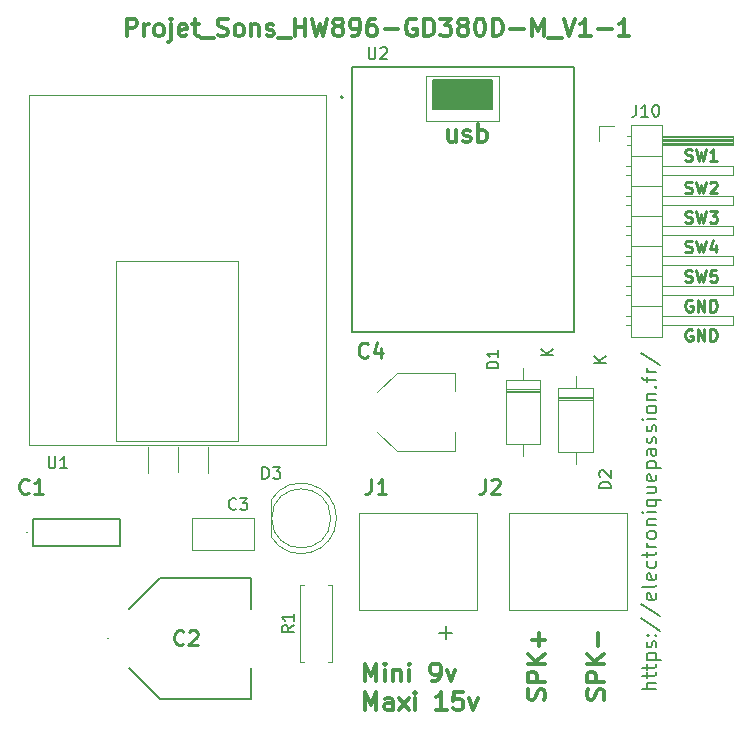
<source format=gbr>
%TF.GenerationSoftware,KiCad,Pcbnew,7.0.9*%
%TF.CreationDate,2025-09-04T13:27:59+02:00*%
%TF.ProjectId,Kicad_Projet_Sons_HW896_V1,4b696361-645f-4507-926f-6a65745f536f,rev?*%
%TF.SameCoordinates,Original*%
%TF.FileFunction,Legend,Top*%
%TF.FilePolarity,Positive*%
%FSLAX46Y46*%
G04 Gerber Fmt 4.6, Leading zero omitted, Abs format (unit mm)*
G04 Created by KiCad (PCBNEW 7.0.9) date 2025-09-04 13:27:59*
%MOMM*%
%LPD*%
G01*
G04 APERTURE LIST*
%ADD10C,0.200000*%
%ADD11C,0.250000*%
%ADD12C,0.300000*%
%ADD13C,0.187500*%
%ADD14C,0.150000*%
%ADD15C,0.254000*%
%ADD16C,0.120000*%
%ADD17C,0.100000*%
%ADD18C,0.050000*%
%ADD19C,0.127000*%
G04 APERTURE END LIST*
D10*
X151057000Y-53171000D02*
X156096000Y-53171000D01*
X156096000Y-55600000D01*
X151057000Y-55600000D01*
X151057000Y-53171000D01*
G36*
X151057000Y-53171000D02*
G01*
X156096000Y-53171000D01*
X156096000Y-55600000D01*
X151057000Y-55600000D01*
X151057000Y-53171000D01*
G37*
D11*
X172454949Y-62717000D02*
X172597806Y-62764619D01*
X172597806Y-62764619D02*
X172835901Y-62764619D01*
X172835901Y-62764619D02*
X172931139Y-62717000D01*
X172931139Y-62717000D02*
X172978758Y-62669380D01*
X172978758Y-62669380D02*
X173026377Y-62574142D01*
X173026377Y-62574142D02*
X173026377Y-62478904D01*
X173026377Y-62478904D02*
X172978758Y-62383666D01*
X172978758Y-62383666D02*
X172931139Y-62336047D01*
X172931139Y-62336047D02*
X172835901Y-62288428D01*
X172835901Y-62288428D02*
X172645425Y-62240809D01*
X172645425Y-62240809D02*
X172550187Y-62193190D01*
X172550187Y-62193190D02*
X172502568Y-62145571D01*
X172502568Y-62145571D02*
X172454949Y-62050333D01*
X172454949Y-62050333D02*
X172454949Y-61955095D01*
X172454949Y-61955095D02*
X172502568Y-61859857D01*
X172502568Y-61859857D02*
X172550187Y-61812238D01*
X172550187Y-61812238D02*
X172645425Y-61764619D01*
X172645425Y-61764619D02*
X172883520Y-61764619D01*
X172883520Y-61764619D02*
X173026377Y-61812238D01*
X173359711Y-61764619D02*
X173597806Y-62764619D01*
X173597806Y-62764619D02*
X173788282Y-62050333D01*
X173788282Y-62050333D02*
X173978758Y-62764619D01*
X173978758Y-62764619D02*
X174216854Y-61764619D01*
X174550187Y-61859857D02*
X174597806Y-61812238D01*
X174597806Y-61812238D02*
X174693044Y-61764619D01*
X174693044Y-61764619D02*
X174931139Y-61764619D01*
X174931139Y-61764619D02*
X175026377Y-61812238D01*
X175026377Y-61812238D02*
X175073996Y-61859857D01*
X175073996Y-61859857D02*
X175121615Y-61955095D01*
X175121615Y-61955095D02*
X175121615Y-62050333D01*
X175121615Y-62050333D02*
X175073996Y-62193190D01*
X175073996Y-62193190D02*
X174502568Y-62764619D01*
X174502568Y-62764619D02*
X175121615Y-62764619D01*
D12*
X152997368Y-57400828D02*
X152997368Y-58400828D01*
X152354510Y-57400828D02*
X152354510Y-58186542D01*
X152354510Y-58186542D02*
X152425939Y-58329400D01*
X152425939Y-58329400D02*
X152568796Y-58400828D01*
X152568796Y-58400828D02*
X152783082Y-58400828D01*
X152783082Y-58400828D02*
X152925939Y-58329400D01*
X152925939Y-58329400D02*
X152997368Y-58257971D01*
X153640225Y-58329400D02*
X153783082Y-58400828D01*
X153783082Y-58400828D02*
X154068796Y-58400828D01*
X154068796Y-58400828D02*
X154211653Y-58329400D01*
X154211653Y-58329400D02*
X154283082Y-58186542D01*
X154283082Y-58186542D02*
X154283082Y-58115114D01*
X154283082Y-58115114D02*
X154211653Y-57972257D01*
X154211653Y-57972257D02*
X154068796Y-57900828D01*
X154068796Y-57900828D02*
X153854511Y-57900828D01*
X153854511Y-57900828D02*
X153711653Y-57829400D01*
X153711653Y-57829400D02*
X153640225Y-57686542D01*
X153640225Y-57686542D02*
X153640225Y-57615114D01*
X153640225Y-57615114D02*
X153711653Y-57472257D01*
X153711653Y-57472257D02*
X153854511Y-57400828D01*
X153854511Y-57400828D02*
X154068796Y-57400828D01*
X154068796Y-57400828D02*
X154211653Y-57472257D01*
X154925939Y-58400828D02*
X154925939Y-56900828D01*
X154925939Y-57472257D02*
X155068797Y-57400828D01*
X155068797Y-57400828D02*
X155354511Y-57400828D01*
X155354511Y-57400828D02*
X155497368Y-57472257D01*
X155497368Y-57472257D02*
X155568797Y-57543685D01*
X155568797Y-57543685D02*
X155640225Y-57686542D01*
X155640225Y-57686542D02*
X155640225Y-58115114D01*
X155640225Y-58115114D02*
X155568797Y-58257971D01*
X155568797Y-58257971D02*
X155497368Y-58329400D01*
X155497368Y-58329400D02*
X155354511Y-58400828D01*
X155354511Y-58400828D02*
X155068797Y-58400828D01*
X155068797Y-58400828D02*
X154925939Y-58329400D01*
X165529400Y-105616917D02*
X165600828Y-105402632D01*
X165600828Y-105402632D02*
X165600828Y-105045489D01*
X165600828Y-105045489D02*
X165529400Y-104902632D01*
X165529400Y-104902632D02*
X165457971Y-104831203D01*
X165457971Y-104831203D02*
X165315114Y-104759774D01*
X165315114Y-104759774D02*
X165172257Y-104759774D01*
X165172257Y-104759774D02*
X165029400Y-104831203D01*
X165029400Y-104831203D02*
X164957971Y-104902632D01*
X164957971Y-104902632D02*
X164886542Y-105045489D01*
X164886542Y-105045489D02*
X164815114Y-105331203D01*
X164815114Y-105331203D02*
X164743685Y-105474060D01*
X164743685Y-105474060D02*
X164672257Y-105545489D01*
X164672257Y-105545489D02*
X164529400Y-105616917D01*
X164529400Y-105616917D02*
X164386542Y-105616917D01*
X164386542Y-105616917D02*
X164243685Y-105545489D01*
X164243685Y-105545489D02*
X164172257Y-105474060D01*
X164172257Y-105474060D02*
X164100828Y-105331203D01*
X164100828Y-105331203D02*
X164100828Y-104974060D01*
X164100828Y-104974060D02*
X164172257Y-104759774D01*
X165600828Y-104116918D02*
X164100828Y-104116918D01*
X164100828Y-104116918D02*
X164100828Y-103545489D01*
X164100828Y-103545489D02*
X164172257Y-103402632D01*
X164172257Y-103402632D02*
X164243685Y-103331203D01*
X164243685Y-103331203D02*
X164386542Y-103259775D01*
X164386542Y-103259775D02*
X164600828Y-103259775D01*
X164600828Y-103259775D02*
X164743685Y-103331203D01*
X164743685Y-103331203D02*
X164815114Y-103402632D01*
X164815114Y-103402632D02*
X164886542Y-103545489D01*
X164886542Y-103545489D02*
X164886542Y-104116918D01*
X165600828Y-102616918D02*
X164100828Y-102616918D01*
X165600828Y-101759775D02*
X164743685Y-102402632D01*
X164100828Y-101759775D02*
X164957971Y-102616918D01*
X165029400Y-101116918D02*
X165029400Y-99974061D01*
X160529400Y-105616917D02*
X160600828Y-105402632D01*
X160600828Y-105402632D02*
X160600828Y-105045489D01*
X160600828Y-105045489D02*
X160529400Y-104902632D01*
X160529400Y-104902632D02*
X160457971Y-104831203D01*
X160457971Y-104831203D02*
X160315114Y-104759774D01*
X160315114Y-104759774D02*
X160172257Y-104759774D01*
X160172257Y-104759774D02*
X160029400Y-104831203D01*
X160029400Y-104831203D02*
X159957971Y-104902632D01*
X159957971Y-104902632D02*
X159886542Y-105045489D01*
X159886542Y-105045489D02*
X159815114Y-105331203D01*
X159815114Y-105331203D02*
X159743685Y-105474060D01*
X159743685Y-105474060D02*
X159672257Y-105545489D01*
X159672257Y-105545489D02*
X159529400Y-105616917D01*
X159529400Y-105616917D02*
X159386542Y-105616917D01*
X159386542Y-105616917D02*
X159243685Y-105545489D01*
X159243685Y-105545489D02*
X159172257Y-105474060D01*
X159172257Y-105474060D02*
X159100828Y-105331203D01*
X159100828Y-105331203D02*
X159100828Y-104974060D01*
X159100828Y-104974060D02*
X159172257Y-104759774D01*
X160600828Y-104116918D02*
X159100828Y-104116918D01*
X159100828Y-104116918D02*
X159100828Y-103545489D01*
X159100828Y-103545489D02*
X159172257Y-103402632D01*
X159172257Y-103402632D02*
X159243685Y-103331203D01*
X159243685Y-103331203D02*
X159386542Y-103259775D01*
X159386542Y-103259775D02*
X159600828Y-103259775D01*
X159600828Y-103259775D02*
X159743685Y-103331203D01*
X159743685Y-103331203D02*
X159815114Y-103402632D01*
X159815114Y-103402632D02*
X159886542Y-103545489D01*
X159886542Y-103545489D02*
X159886542Y-104116918D01*
X160600828Y-102616918D02*
X159100828Y-102616918D01*
X160600828Y-101759775D02*
X159743685Y-102402632D01*
X159100828Y-101759775D02*
X159957971Y-102616918D01*
X160029400Y-101116918D02*
X160029400Y-99974061D01*
X160600828Y-100545489D02*
X159457971Y-100545489D01*
X145304510Y-104075828D02*
X145304510Y-102575828D01*
X145304510Y-102575828D02*
X145804510Y-103647257D01*
X145804510Y-103647257D02*
X146304510Y-102575828D01*
X146304510Y-102575828D02*
X146304510Y-104075828D01*
X147018796Y-104075828D02*
X147018796Y-103075828D01*
X147018796Y-102575828D02*
X146947368Y-102647257D01*
X146947368Y-102647257D02*
X147018796Y-102718685D01*
X147018796Y-102718685D02*
X147090225Y-102647257D01*
X147090225Y-102647257D02*
X147018796Y-102575828D01*
X147018796Y-102575828D02*
X147018796Y-102718685D01*
X147733082Y-103075828D02*
X147733082Y-104075828D01*
X147733082Y-103218685D02*
X147804511Y-103147257D01*
X147804511Y-103147257D02*
X147947368Y-103075828D01*
X147947368Y-103075828D02*
X148161654Y-103075828D01*
X148161654Y-103075828D02*
X148304511Y-103147257D01*
X148304511Y-103147257D02*
X148375940Y-103290114D01*
X148375940Y-103290114D02*
X148375940Y-104075828D01*
X149090225Y-104075828D02*
X149090225Y-103075828D01*
X149090225Y-102575828D02*
X149018797Y-102647257D01*
X149018797Y-102647257D02*
X149090225Y-102718685D01*
X149090225Y-102718685D02*
X149161654Y-102647257D01*
X149161654Y-102647257D02*
X149090225Y-102575828D01*
X149090225Y-102575828D02*
X149090225Y-102718685D01*
X151018797Y-104075828D02*
X151304511Y-104075828D01*
X151304511Y-104075828D02*
X151447368Y-104004400D01*
X151447368Y-104004400D02*
X151518797Y-103932971D01*
X151518797Y-103932971D02*
X151661654Y-103718685D01*
X151661654Y-103718685D02*
X151733083Y-103432971D01*
X151733083Y-103432971D02*
X151733083Y-102861542D01*
X151733083Y-102861542D02*
X151661654Y-102718685D01*
X151661654Y-102718685D02*
X151590226Y-102647257D01*
X151590226Y-102647257D02*
X151447368Y-102575828D01*
X151447368Y-102575828D02*
X151161654Y-102575828D01*
X151161654Y-102575828D02*
X151018797Y-102647257D01*
X151018797Y-102647257D02*
X150947368Y-102718685D01*
X150947368Y-102718685D02*
X150875940Y-102861542D01*
X150875940Y-102861542D02*
X150875940Y-103218685D01*
X150875940Y-103218685D02*
X150947368Y-103361542D01*
X150947368Y-103361542D02*
X151018797Y-103432971D01*
X151018797Y-103432971D02*
X151161654Y-103504400D01*
X151161654Y-103504400D02*
X151447368Y-103504400D01*
X151447368Y-103504400D02*
X151590226Y-103432971D01*
X151590226Y-103432971D02*
X151661654Y-103361542D01*
X151661654Y-103361542D02*
X151733083Y-103218685D01*
X152233082Y-103075828D02*
X152590225Y-104075828D01*
X152590225Y-104075828D02*
X152947368Y-103075828D01*
X145304510Y-106490828D02*
X145304510Y-104990828D01*
X145304510Y-104990828D02*
X145804510Y-106062257D01*
X145804510Y-106062257D02*
X146304510Y-104990828D01*
X146304510Y-104990828D02*
X146304510Y-106490828D01*
X147661654Y-106490828D02*
X147661654Y-105705114D01*
X147661654Y-105705114D02*
X147590225Y-105562257D01*
X147590225Y-105562257D02*
X147447368Y-105490828D01*
X147447368Y-105490828D02*
X147161654Y-105490828D01*
X147161654Y-105490828D02*
X147018796Y-105562257D01*
X147661654Y-106419400D02*
X147518796Y-106490828D01*
X147518796Y-106490828D02*
X147161654Y-106490828D01*
X147161654Y-106490828D02*
X147018796Y-106419400D01*
X147018796Y-106419400D02*
X146947368Y-106276542D01*
X146947368Y-106276542D02*
X146947368Y-106133685D01*
X146947368Y-106133685D02*
X147018796Y-105990828D01*
X147018796Y-105990828D02*
X147161654Y-105919400D01*
X147161654Y-105919400D02*
X147518796Y-105919400D01*
X147518796Y-105919400D02*
X147661654Y-105847971D01*
X148233082Y-106490828D02*
X149018797Y-105490828D01*
X148233082Y-105490828D02*
X149018797Y-106490828D01*
X149590225Y-106490828D02*
X149590225Y-105490828D01*
X149590225Y-104990828D02*
X149518797Y-105062257D01*
X149518797Y-105062257D02*
X149590225Y-105133685D01*
X149590225Y-105133685D02*
X149661654Y-105062257D01*
X149661654Y-105062257D02*
X149590225Y-104990828D01*
X149590225Y-104990828D02*
X149590225Y-105133685D01*
X152233083Y-106490828D02*
X151375940Y-106490828D01*
X151804511Y-106490828D02*
X151804511Y-104990828D01*
X151804511Y-104990828D02*
X151661654Y-105205114D01*
X151661654Y-105205114D02*
X151518797Y-105347971D01*
X151518797Y-105347971D02*
X151375940Y-105419400D01*
X153590225Y-104990828D02*
X152875939Y-104990828D01*
X152875939Y-104990828D02*
X152804511Y-105705114D01*
X152804511Y-105705114D02*
X152875939Y-105633685D01*
X152875939Y-105633685D02*
X153018797Y-105562257D01*
X153018797Y-105562257D02*
X153375939Y-105562257D01*
X153375939Y-105562257D02*
X153518797Y-105633685D01*
X153518797Y-105633685D02*
X153590225Y-105705114D01*
X153590225Y-105705114D02*
X153661654Y-105847971D01*
X153661654Y-105847971D02*
X153661654Y-106205114D01*
X153661654Y-106205114D02*
X153590225Y-106347971D01*
X153590225Y-106347971D02*
X153518797Y-106419400D01*
X153518797Y-106419400D02*
X153375939Y-106490828D01*
X153375939Y-106490828D02*
X153018797Y-106490828D01*
X153018797Y-106490828D02*
X152875939Y-106419400D01*
X152875939Y-106419400D02*
X152804511Y-106347971D01*
X154161653Y-105490828D02*
X154518796Y-106490828D01*
X154518796Y-106490828D02*
X154875939Y-105490828D01*
D13*
X169993392Y-104690930D02*
X168793392Y-104690930D01*
X169993392Y-104176645D02*
X169364821Y-104176645D01*
X169364821Y-104176645D02*
X169250535Y-104233787D01*
X169250535Y-104233787D02*
X169193392Y-104348073D01*
X169193392Y-104348073D02*
X169193392Y-104519502D01*
X169193392Y-104519502D02*
X169250535Y-104633787D01*
X169250535Y-104633787D02*
X169307678Y-104690930D01*
X169193392Y-103776645D02*
X169193392Y-103319502D01*
X168793392Y-103605216D02*
X169821964Y-103605216D01*
X169821964Y-103605216D02*
X169936250Y-103548073D01*
X169936250Y-103548073D02*
X169993392Y-103433788D01*
X169993392Y-103433788D02*
X169993392Y-103319502D01*
X169193392Y-103090931D02*
X169193392Y-102633788D01*
X168793392Y-102919502D02*
X169821964Y-102919502D01*
X169821964Y-102919502D02*
X169936250Y-102862359D01*
X169936250Y-102862359D02*
X169993392Y-102748074D01*
X169993392Y-102748074D02*
X169993392Y-102633788D01*
X169193392Y-102233788D02*
X170393392Y-102233788D01*
X169250535Y-102233788D02*
X169193392Y-102119503D01*
X169193392Y-102119503D02*
X169193392Y-101890931D01*
X169193392Y-101890931D02*
X169250535Y-101776645D01*
X169250535Y-101776645D02*
X169307678Y-101719503D01*
X169307678Y-101719503D02*
X169421964Y-101662360D01*
X169421964Y-101662360D02*
X169764821Y-101662360D01*
X169764821Y-101662360D02*
X169879107Y-101719503D01*
X169879107Y-101719503D02*
X169936250Y-101776645D01*
X169936250Y-101776645D02*
X169993392Y-101890931D01*
X169993392Y-101890931D02*
X169993392Y-102119503D01*
X169993392Y-102119503D02*
X169936250Y-102233788D01*
X169936250Y-101205217D02*
X169993392Y-101090931D01*
X169993392Y-101090931D02*
X169993392Y-100862360D01*
X169993392Y-100862360D02*
X169936250Y-100748074D01*
X169936250Y-100748074D02*
X169821964Y-100690931D01*
X169821964Y-100690931D02*
X169764821Y-100690931D01*
X169764821Y-100690931D02*
X169650535Y-100748074D01*
X169650535Y-100748074D02*
X169593392Y-100862360D01*
X169593392Y-100862360D02*
X169593392Y-101033789D01*
X169593392Y-101033789D02*
X169536250Y-101148074D01*
X169536250Y-101148074D02*
X169421964Y-101205217D01*
X169421964Y-101205217D02*
X169364821Y-101205217D01*
X169364821Y-101205217D02*
X169250535Y-101148074D01*
X169250535Y-101148074D02*
X169193392Y-101033789D01*
X169193392Y-101033789D02*
X169193392Y-100862360D01*
X169193392Y-100862360D02*
X169250535Y-100748074D01*
X169879107Y-100176645D02*
X169936250Y-100119502D01*
X169936250Y-100119502D02*
X169993392Y-100176645D01*
X169993392Y-100176645D02*
X169936250Y-100233788D01*
X169936250Y-100233788D02*
X169879107Y-100176645D01*
X169879107Y-100176645D02*
X169993392Y-100176645D01*
X169250535Y-100176645D02*
X169307678Y-100119502D01*
X169307678Y-100119502D02*
X169364821Y-100176645D01*
X169364821Y-100176645D02*
X169307678Y-100233788D01*
X169307678Y-100233788D02*
X169250535Y-100176645D01*
X169250535Y-100176645D02*
X169364821Y-100176645D01*
X168736250Y-98748073D02*
X170279107Y-99776645D01*
X168736250Y-97490930D02*
X170279107Y-98519502D01*
X169936250Y-96633787D02*
X169993392Y-96748073D01*
X169993392Y-96748073D02*
X169993392Y-96976645D01*
X169993392Y-96976645D02*
X169936250Y-97090930D01*
X169936250Y-97090930D02*
X169821964Y-97148073D01*
X169821964Y-97148073D02*
X169364821Y-97148073D01*
X169364821Y-97148073D02*
X169250535Y-97090930D01*
X169250535Y-97090930D02*
X169193392Y-96976645D01*
X169193392Y-96976645D02*
X169193392Y-96748073D01*
X169193392Y-96748073D02*
X169250535Y-96633787D01*
X169250535Y-96633787D02*
X169364821Y-96576645D01*
X169364821Y-96576645D02*
X169479107Y-96576645D01*
X169479107Y-96576645D02*
X169593392Y-97148073D01*
X169993392Y-95890931D02*
X169936250Y-96005216D01*
X169936250Y-96005216D02*
X169821964Y-96062359D01*
X169821964Y-96062359D02*
X168793392Y-96062359D01*
X169936250Y-94976645D02*
X169993392Y-95090931D01*
X169993392Y-95090931D02*
X169993392Y-95319503D01*
X169993392Y-95319503D02*
X169936250Y-95433788D01*
X169936250Y-95433788D02*
X169821964Y-95490931D01*
X169821964Y-95490931D02*
X169364821Y-95490931D01*
X169364821Y-95490931D02*
X169250535Y-95433788D01*
X169250535Y-95433788D02*
X169193392Y-95319503D01*
X169193392Y-95319503D02*
X169193392Y-95090931D01*
X169193392Y-95090931D02*
X169250535Y-94976645D01*
X169250535Y-94976645D02*
X169364821Y-94919503D01*
X169364821Y-94919503D02*
X169479107Y-94919503D01*
X169479107Y-94919503D02*
X169593392Y-95490931D01*
X169936250Y-93890932D02*
X169993392Y-94005217D01*
X169993392Y-94005217D02*
X169993392Y-94233789D01*
X169993392Y-94233789D02*
X169936250Y-94348074D01*
X169936250Y-94348074D02*
X169879107Y-94405217D01*
X169879107Y-94405217D02*
X169764821Y-94462360D01*
X169764821Y-94462360D02*
X169421964Y-94462360D01*
X169421964Y-94462360D02*
X169307678Y-94405217D01*
X169307678Y-94405217D02*
X169250535Y-94348074D01*
X169250535Y-94348074D02*
X169193392Y-94233789D01*
X169193392Y-94233789D02*
X169193392Y-94005217D01*
X169193392Y-94005217D02*
X169250535Y-93890932D01*
X169193392Y-93548075D02*
X169193392Y-93090932D01*
X168793392Y-93376646D02*
X169821964Y-93376646D01*
X169821964Y-93376646D02*
X169936250Y-93319503D01*
X169936250Y-93319503D02*
X169993392Y-93205218D01*
X169993392Y-93205218D02*
X169993392Y-93090932D01*
X169993392Y-92690932D02*
X169193392Y-92690932D01*
X169421964Y-92690932D02*
X169307678Y-92633789D01*
X169307678Y-92633789D02*
X169250535Y-92576647D01*
X169250535Y-92576647D02*
X169193392Y-92462361D01*
X169193392Y-92462361D02*
X169193392Y-92348075D01*
X169993392Y-91776647D02*
X169936250Y-91890932D01*
X169936250Y-91890932D02*
X169879107Y-91948075D01*
X169879107Y-91948075D02*
X169764821Y-92005218D01*
X169764821Y-92005218D02*
X169421964Y-92005218D01*
X169421964Y-92005218D02*
X169307678Y-91948075D01*
X169307678Y-91948075D02*
X169250535Y-91890932D01*
X169250535Y-91890932D02*
X169193392Y-91776647D01*
X169193392Y-91776647D02*
X169193392Y-91605218D01*
X169193392Y-91605218D02*
X169250535Y-91490932D01*
X169250535Y-91490932D02*
X169307678Y-91433790D01*
X169307678Y-91433790D02*
X169421964Y-91376647D01*
X169421964Y-91376647D02*
X169764821Y-91376647D01*
X169764821Y-91376647D02*
X169879107Y-91433790D01*
X169879107Y-91433790D02*
X169936250Y-91490932D01*
X169936250Y-91490932D02*
X169993392Y-91605218D01*
X169993392Y-91605218D02*
X169993392Y-91776647D01*
X169193392Y-90862361D02*
X169993392Y-90862361D01*
X169307678Y-90862361D02*
X169250535Y-90805218D01*
X169250535Y-90805218D02*
X169193392Y-90690933D01*
X169193392Y-90690933D02*
X169193392Y-90519504D01*
X169193392Y-90519504D02*
X169250535Y-90405218D01*
X169250535Y-90405218D02*
X169364821Y-90348076D01*
X169364821Y-90348076D02*
X169993392Y-90348076D01*
X169993392Y-89776647D02*
X169193392Y-89776647D01*
X168793392Y-89776647D02*
X168850535Y-89833790D01*
X168850535Y-89833790D02*
X168907678Y-89776647D01*
X168907678Y-89776647D02*
X168850535Y-89719504D01*
X168850535Y-89719504D02*
X168793392Y-89776647D01*
X168793392Y-89776647D02*
X168907678Y-89776647D01*
X169193392Y-88690933D02*
X170393392Y-88690933D01*
X169936250Y-88690933D02*
X169993392Y-88805218D01*
X169993392Y-88805218D02*
X169993392Y-89033790D01*
X169993392Y-89033790D02*
X169936250Y-89148075D01*
X169936250Y-89148075D02*
X169879107Y-89205218D01*
X169879107Y-89205218D02*
X169764821Y-89262361D01*
X169764821Y-89262361D02*
X169421964Y-89262361D01*
X169421964Y-89262361D02*
X169307678Y-89205218D01*
X169307678Y-89205218D02*
X169250535Y-89148075D01*
X169250535Y-89148075D02*
X169193392Y-89033790D01*
X169193392Y-89033790D02*
X169193392Y-88805218D01*
X169193392Y-88805218D02*
X169250535Y-88690933D01*
X169193392Y-87605219D02*
X169993392Y-87605219D01*
X169193392Y-88119504D02*
X169821964Y-88119504D01*
X169821964Y-88119504D02*
X169936250Y-88062361D01*
X169936250Y-88062361D02*
X169993392Y-87948076D01*
X169993392Y-87948076D02*
X169993392Y-87776647D01*
X169993392Y-87776647D02*
X169936250Y-87662361D01*
X169936250Y-87662361D02*
X169879107Y-87605219D01*
X169936250Y-86576647D02*
X169993392Y-86690933D01*
X169993392Y-86690933D02*
X169993392Y-86919505D01*
X169993392Y-86919505D02*
X169936250Y-87033790D01*
X169936250Y-87033790D02*
X169821964Y-87090933D01*
X169821964Y-87090933D02*
X169364821Y-87090933D01*
X169364821Y-87090933D02*
X169250535Y-87033790D01*
X169250535Y-87033790D02*
X169193392Y-86919505D01*
X169193392Y-86919505D02*
X169193392Y-86690933D01*
X169193392Y-86690933D02*
X169250535Y-86576647D01*
X169250535Y-86576647D02*
X169364821Y-86519505D01*
X169364821Y-86519505D02*
X169479107Y-86519505D01*
X169479107Y-86519505D02*
X169593392Y-87090933D01*
X169193392Y-86005219D02*
X170393392Y-86005219D01*
X169250535Y-86005219D02*
X169193392Y-85890934D01*
X169193392Y-85890934D02*
X169193392Y-85662362D01*
X169193392Y-85662362D02*
X169250535Y-85548076D01*
X169250535Y-85548076D02*
X169307678Y-85490934D01*
X169307678Y-85490934D02*
X169421964Y-85433791D01*
X169421964Y-85433791D02*
X169764821Y-85433791D01*
X169764821Y-85433791D02*
X169879107Y-85490934D01*
X169879107Y-85490934D02*
X169936250Y-85548076D01*
X169936250Y-85548076D02*
X169993392Y-85662362D01*
X169993392Y-85662362D02*
X169993392Y-85890934D01*
X169993392Y-85890934D02*
X169936250Y-86005219D01*
X169993392Y-84405220D02*
X169364821Y-84405220D01*
X169364821Y-84405220D02*
X169250535Y-84462362D01*
X169250535Y-84462362D02*
X169193392Y-84576648D01*
X169193392Y-84576648D02*
X169193392Y-84805220D01*
X169193392Y-84805220D02*
X169250535Y-84919505D01*
X169936250Y-84405220D02*
X169993392Y-84519505D01*
X169993392Y-84519505D02*
X169993392Y-84805220D01*
X169993392Y-84805220D02*
X169936250Y-84919505D01*
X169936250Y-84919505D02*
X169821964Y-84976648D01*
X169821964Y-84976648D02*
X169707678Y-84976648D01*
X169707678Y-84976648D02*
X169593392Y-84919505D01*
X169593392Y-84919505D02*
X169536250Y-84805220D01*
X169536250Y-84805220D02*
X169536250Y-84519505D01*
X169536250Y-84519505D02*
X169479107Y-84405220D01*
X169936250Y-83890934D02*
X169993392Y-83776648D01*
X169993392Y-83776648D02*
X169993392Y-83548077D01*
X169993392Y-83548077D02*
X169936250Y-83433791D01*
X169936250Y-83433791D02*
X169821964Y-83376648D01*
X169821964Y-83376648D02*
X169764821Y-83376648D01*
X169764821Y-83376648D02*
X169650535Y-83433791D01*
X169650535Y-83433791D02*
X169593392Y-83548077D01*
X169593392Y-83548077D02*
X169593392Y-83719506D01*
X169593392Y-83719506D02*
X169536250Y-83833791D01*
X169536250Y-83833791D02*
X169421964Y-83890934D01*
X169421964Y-83890934D02*
X169364821Y-83890934D01*
X169364821Y-83890934D02*
X169250535Y-83833791D01*
X169250535Y-83833791D02*
X169193392Y-83719506D01*
X169193392Y-83719506D02*
X169193392Y-83548077D01*
X169193392Y-83548077D02*
X169250535Y-83433791D01*
X169936250Y-82919505D02*
X169993392Y-82805219D01*
X169993392Y-82805219D02*
X169993392Y-82576648D01*
X169993392Y-82576648D02*
X169936250Y-82462362D01*
X169936250Y-82462362D02*
X169821964Y-82405219D01*
X169821964Y-82405219D02*
X169764821Y-82405219D01*
X169764821Y-82405219D02*
X169650535Y-82462362D01*
X169650535Y-82462362D02*
X169593392Y-82576648D01*
X169593392Y-82576648D02*
X169593392Y-82748077D01*
X169593392Y-82748077D02*
X169536250Y-82862362D01*
X169536250Y-82862362D02*
X169421964Y-82919505D01*
X169421964Y-82919505D02*
X169364821Y-82919505D01*
X169364821Y-82919505D02*
X169250535Y-82862362D01*
X169250535Y-82862362D02*
X169193392Y-82748077D01*
X169193392Y-82748077D02*
X169193392Y-82576648D01*
X169193392Y-82576648D02*
X169250535Y-82462362D01*
X169993392Y-81890933D02*
X169193392Y-81890933D01*
X168793392Y-81890933D02*
X168850535Y-81948076D01*
X168850535Y-81948076D02*
X168907678Y-81890933D01*
X168907678Y-81890933D02*
X168850535Y-81833790D01*
X168850535Y-81833790D02*
X168793392Y-81890933D01*
X168793392Y-81890933D02*
X168907678Y-81890933D01*
X169993392Y-81148076D02*
X169936250Y-81262361D01*
X169936250Y-81262361D02*
X169879107Y-81319504D01*
X169879107Y-81319504D02*
X169764821Y-81376647D01*
X169764821Y-81376647D02*
X169421964Y-81376647D01*
X169421964Y-81376647D02*
X169307678Y-81319504D01*
X169307678Y-81319504D02*
X169250535Y-81262361D01*
X169250535Y-81262361D02*
X169193392Y-81148076D01*
X169193392Y-81148076D02*
X169193392Y-80976647D01*
X169193392Y-80976647D02*
X169250535Y-80862361D01*
X169250535Y-80862361D02*
X169307678Y-80805219D01*
X169307678Y-80805219D02*
X169421964Y-80748076D01*
X169421964Y-80748076D02*
X169764821Y-80748076D01*
X169764821Y-80748076D02*
X169879107Y-80805219D01*
X169879107Y-80805219D02*
X169936250Y-80862361D01*
X169936250Y-80862361D02*
X169993392Y-80976647D01*
X169993392Y-80976647D02*
X169993392Y-81148076D01*
X169193392Y-80233790D02*
X169993392Y-80233790D01*
X169307678Y-80233790D02*
X169250535Y-80176647D01*
X169250535Y-80176647D02*
X169193392Y-80062362D01*
X169193392Y-80062362D02*
X169193392Y-79890933D01*
X169193392Y-79890933D02*
X169250535Y-79776647D01*
X169250535Y-79776647D02*
X169364821Y-79719505D01*
X169364821Y-79719505D02*
X169993392Y-79719505D01*
X169879107Y-79148076D02*
X169936250Y-79090933D01*
X169936250Y-79090933D02*
X169993392Y-79148076D01*
X169993392Y-79148076D02*
X169936250Y-79205219D01*
X169936250Y-79205219D02*
X169879107Y-79148076D01*
X169879107Y-79148076D02*
X169993392Y-79148076D01*
X169193392Y-78748076D02*
X169193392Y-78290933D01*
X169993392Y-78576647D02*
X168964821Y-78576647D01*
X168964821Y-78576647D02*
X168850535Y-78519504D01*
X168850535Y-78519504D02*
X168793392Y-78405219D01*
X168793392Y-78405219D02*
X168793392Y-78290933D01*
X169993392Y-77890933D02*
X169193392Y-77890933D01*
X169421964Y-77890933D02*
X169307678Y-77833790D01*
X169307678Y-77833790D02*
X169250535Y-77776648D01*
X169250535Y-77776648D02*
X169193392Y-77662362D01*
X169193392Y-77662362D02*
X169193392Y-77548076D01*
X168736250Y-76290933D02*
X170279107Y-77319505D01*
D11*
X173026377Y-74312238D02*
X172931139Y-74264619D01*
X172931139Y-74264619D02*
X172788282Y-74264619D01*
X172788282Y-74264619D02*
X172645425Y-74312238D01*
X172645425Y-74312238D02*
X172550187Y-74407476D01*
X172550187Y-74407476D02*
X172502568Y-74502714D01*
X172502568Y-74502714D02*
X172454949Y-74693190D01*
X172454949Y-74693190D02*
X172454949Y-74836047D01*
X172454949Y-74836047D02*
X172502568Y-75026523D01*
X172502568Y-75026523D02*
X172550187Y-75121761D01*
X172550187Y-75121761D02*
X172645425Y-75217000D01*
X172645425Y-75217000D02*
X172788282Y-75264619D01*
X172788282Y-75264619D02*
X172883520Y-75264619D01*
X172883520Y-75264619D02*
X173026377Y-75217000D01*
X173026377Y-75217000D02*
X173073996Y-75169380D01*
X173073996Y-75169380D02*
X173073996Y-74836047D01*
X173073996Y-74836047D02*
X172883520Y-74836047D01*
X173502568Y-75264619D02*
X173502568Y-74264619D01*
X173502568Y-74264619D02*
X174073996Y-75264619D01*
X174073996Y-75264619D02*
X174073996Y-74264619D01*
X174550187Y-75264619D02*
X174550187Y-74264619D01*
X174550187Y-74264619D02*
X174788282Y-74264619D01*
X174788282Y-74264619D02*
X174931139Y-74312238D01*
X174931139Y-74312238D02*
X175026377Y-74407476D01*
X175026377Y-74407476D02*
X175073996Y-74502714D01*
X175073996Y-74502714D02*
X175121615Y-74693190D01*
X175121615Y-74693190D02*
X175121615Y-74836047D01*
X175121615Y-74836047D02*
X175073996Y-75026523D01*
X175073996Y-75026523D02*
X175026377Y-75121761D01*
X175026377Y-75121761D02*
X174931139Y-75217000D01*
X174931139Y-75217000D02*
X174788282Y-75264619D01*
X174788282Y-75264619D02*
X174550187Y-75264619D01*
X173026377Y-71812238D02*
X172931139Y-71764619D01*
X172931139Y-71764619D02*
X172788282Y-71764619D01*
X172788282Y-71764619D02*
X172645425Y-71812238D01*
X172645425Y-71812238D02*
X172550187Y-71907476D01*
X172550187Y-71907476D02*
X172502568Y-72002714D01*
X172502568Y-72002714D02*
X172454949Y-72193190D01*
X172454949Y-72193190D02*
X172454949Y-72336047D01*
X172454949Y-72336047D02*
X172502568Y-72526523D01*
X172502568Y-72526523D02*
X172550187Y-72621761D01*
X172550187Y-72621761D02*
X172645425Y-72717000D01*
X172645425Y-72717000D02*
X172788282Y-72764619D01*
X172788282Y-72764619D02*
X172883520Y-72764619D01*
X172883520Y-72764619D02*
X173026377Y-72717000D01*
X173026377Y-72717000D02*
X173073996Y-72669380D01*
X173073996Y-72669380D02*
X173073996Y-72336047D01*
X173073996Y-72336047D02*
X172883520Y-72336047D01*
X173502568Y-72764619D02*
X173502568Y-71764619D01*
X173502568Y-71764619D02*
X174073996Y-72764619D01*
X174073996Y-72764619D02*
X174073996Y-71764619D01*
X174550187Y-72764619D02*
X174550187Y-71764619D01*
X174550187Y-71764619D02*
X174788282Y-71764619D01*
X174788282Y-71764619D02*
X174931139Y-71812238D01*
X174931139Y-71812238D02*
X175026377Y-71907476D01*
X175026377Y-71907476D02*
X175073996Y-72002714D01*
X175073996Y-72002714D02*
X175121615Y-72193190D01*
X175121615Y-72193190D02*
X175121615Y-72336047D01*
X175121615Y-72336047D02*
X175073996Y-72526523D01*
X175073996Y-72526523D02*
X175026377Y-72621761D01*
X175026377Y-72621761D02*
X174931139Y-72717000D01*
X174931139Y-72717000D02*
X174788282Y-72764619D01*
X174788282Y-72764619D02*
X174550187Y-72764619D01*
X172454949Y-67717000D02*
X172597806Y-67764619D01*
X172597806Y-67764619D02*
X172835901Y-67764619D01*
X172835901Y-67764619D02*
X172931139Y-67717000D01*
X172931139Y-67717000D02*
X172978758Y-67669380D01*
X172978758Y-67669380D02*
X173026377Y-67574142D01*
X173026377Y-67574142D02*
X173026377Y-67478904D01*
X173026377Y-67478904D02*
X172978758Y-67383666D01*
X172978758Y-67383666D02*
X172931139Y-67336047D01*
X172931139Y-67336047D02*
X172835901Y-67288428D01*
X172835901Y-67288428D02*
X172645425Y-67240809D01*
X172645425Y-67240809D02*
X172550187Y-67193190D01*
X172550187Y-67193190D02*
X172502568Y-67145571D01*
X172502568Y-67145571D02*
X172454949Y-67050333D01*
X172454949Y-67050333D02*
X172454949Y-66955095D01*
X172454949Y-66955095D02*
X172502568Y-66859857D01*
X172502568Y-66859857D02*
X172550187Y-66812238D01*
X172550187Y-66812238D02*
X172645425Y-66764619D01*
X172645425Y-66764619D02*
X172883520Y-66764619D01*
X172883520Y-66764619D02*
X173026377Y-66812238D01*
X173359711Y-66764619D02*
X173597806Y-67764619D01*
X173597806Y-67764619D02*
X173788282Y-67050333D01*
X173788282Y-67050333D02*
X173978758Y-67764619D01*
X173978758Y-67764619D02*
X174216854Y-66764619D01*
X175026377Y-67097952D02*
X175026377Y-67764619D01*
X174788282Y-66717000D02*
X174550187Y-67431285D01*
X174550187Y-67431285D02*
X175169234Y-67431285D01*
D12*
X125141510Y-49457828D02*
X125141510Y-47957828D01*
X125141510Y-47957828D02*
X125712939Y-47957828D01*
X125712939Y-47957828D02*
X125855796Y-48029257D01*
X125855796Y-48029257D02*
X125927225Y-48100685D01*
X125927225Y-48100685D02*
X125998653Y-48243542D01*
X125998653Y-48243542D02*
X125998653Y-48457828D01*
X125998653Y-48457828D02*
X125927225Y-48600685D01*
X125927225Y-48600685D02*
X125855796Y-48672114D01*
X125855796Y-48672114D02*
X125712939Y-48743542D01*
X125712939Y-48743542D02*
X125141510Y-48743542D01*
X126641510Y-49457828D02*
X126641510Y-48457828D01*
X126641510Y-48743542D02*
X126712939Y-48600685D01*
X126712939Y-48600685D02*
X126784368Y-48529257D01*
X126784368Y-48529257D02*
X126927225Y-48457828D01*
X126927225Y-48457828D02*
X127070082Y-48457828D01*
X127784367Y-49457828D02*
X127641510Y-49386400D01*
X127641510Y-49386400D02*
X127570081Y-49314971D01*
X127570081Y-49314971D02*
X127498653Y-49172114D01*
X127498653Y-49172114D02*
X127498653Y-48743542D01*
X127498653Y-48743542D02*
X127570081Y-48600685D01*
X127570081Y-48600685D02*
X127641510Y-48529257D01*
X127641510Y-48529257D02*
X127784367Y-48457828D01*
X127784367Y-48457828D02*
X127998653Y-48457828D01*
X127998653Y-48457828D02*
X128141510Y-48529257D01*
X128141510Y-48529257D02*
X128212939Y-48600685D01*
X128212939Y-48600685D02*
X128284367Y-48743542D01*
X128284367Y-48743542D02*
X128284367Y-49172114D01*
X128284367Y-49172114D02*
X128212939Y-49314971D01*
X128212939Y-49314971D02*
X128141510Y-49386400D01*
X128141510Y-49386400D02*
X127998653Y-49457828D01*
X127998653Y-49457828D02*
X127784367Y-49457828D01*
X128927224Y-48457828D02*
X128927224Y-49743542D01*
X128927224Y-49743542D02*
X128855796Y-49886400D01*
X128855796Y-49886400D02*
X128712939Y-49957828D01*
X128712939Y-49957828D02*
X128641510Y-49957828D01*
X128927224Y-47957828D02*
X128855796Y-48029257D01*
X128855796Y-48029257D02*
X128927224Y-48100685D01*
X128927224Y-48100685D02*
X128998653Y-48029257D01*
X128998653Y-48029257D02*
X128927224Y-47957828D01*
X128927224Y-47957828D02*
X128927224Y-48100685D01*
X130212939Y-49386400D02*
X130070082Y-49457828D01*
X130070082Y-49457828D02*
X129784368Y-49457828D01*
X129784368Y-49457828D02*
X129641510Y-49386400D01*
X129641510Y-49386400D02*
X129570082Y-49243542D01*
X129570082Y-49243542D02*
X129570082Y-48672114D01*
X129570082Y-48672114D02*
X129641510Y-48529257D01*
X129641510Y-48529257D02*
X129784368Y-48457828D01*
X129784368Y-48457828D02*
X130070082Y-48457828D01*
X130070082Y-48457828D02*
X130212939Y-48529257D01*
X130212939Y-48529257D02*
X130284368Y-48672114D01*
X130284368Y-48672114D02*
X130284368Y-48814971D01*
X130284368Y-48814971D02*
X129570082Y-48957828D01*
X130712939Y-48457828D02*
X131284367Y-48457828D01*
X130927224Y-47957828D02*
X130927224Y-49243542D01*
X130927224Y-49243542D02*
X130998653Y-49386400D01*
X130998653Y-49386400D02*
X131141510Y-49457828D01*
X131141510Y-49457828D02*
X131284367Y-49457828D01*
X131427225Y-49600685D02*
X132570082Y-49600685D01*
X132855796Y-49386400D02*
X133070082Y-49457828D01*
X133070082Y-49457828D02*
X133427224Y-49457828D01*
X133427224Y-49457828D02*
X133570082Y-49386400D01*
X133570082Y-49386400D02*
X133641510Y-49314971D01*
X133641510Y-49314971D02*
X133712939Y-49172114D01*
X133712939Y-49172114D02*
X133712939Y-49029257D01*
X133712939Y-49029257D02*
X133641510Y-48886400D01*
X133641510Y-48886400D02*
X133570082Y-48814971D01*
X133570082Y-48814971D02*
X133427224Y-48743542D01*
X133427224Y-48743542D02*
X133141510Y-48672114D01*
X133141510Y-48672114D02*
X132998653Y-48600685D01*
X132998653Y-48600685D02*
X132927224Y-48529257D01*
X132927224Y-48529257D02*
X132855796Y-48386400D01*
X132855796Y-48386400D02*
X132855796Y-48243542D01*
X132855796Y-48243542D02*
X132927224Y-48100685D01*
X132927224Y-48100685D02*
X132998653Y-48029257D01*
X132998653Y-48029257D02*
X133141510Y-47957828D01*
X133141510Y-47957828D02*
X133498653Y-47957828D01*
X133498653Y-47957828D02*
X133712939Y-48029257D01*
X134570081Y-49457828D02*
X134427224Y-49386400D01*
X134427224Y-49386400D02*
X134355795Y-49314971D01*
X134355795Y-49314971D02*
X134284367Y-49172114D01*
X134284367Y-49172114D02*
X134284367Y-48743542D01*
X134284367Y-48743542D02*
X134355795Y-48600685D01*
X134355795Y-48600685D02*
X134427224Y-48529257D01*
X134427224Y-48529257D02*
X134570081Y-48457828D01*
X134570081Y-48457828D02*
X134784367Y-48457828D01*
X134784367Y-48457828D02*
X134927224Y-48529257D01*
X134927224Y-48529257D02*
X134998653Y-48600685D01*
X134998653Y-48600685D02*
X135070081Y-48743542D01*
X135070081Y-48743542D02*
X135070081Y-49172114D01*
X135070081Y-49172114D02*
X134998653Y-49314971D01*
X134998653Y-49314971D02*
X134927224Y-49386400D01*
X134927224Y-49386400D02*
X134784367Y-49457828D01*
X134784367Y-49457828D02*
X134570081Y-49457828D01*
X135712938Y-48457828D02*
X135712938Y-49457828D01*
X135712938Y-48600685D02*
X135784367Y-48529257D01*
X135784367Y-48529257D02*
X135927224Y-48457828D01*
X135927224Y-48457828D02*
X136141510Y-48457828D01*
X136141510Y-48457828D02*
X136284367Y-48529257D01*
X136284367Y-48529257D02*
X136355796Y-48672114D01*
X136355796Y-48672114D02*
X136355796Y-49457828D01*
X136998653Y-49386400D02*
X137141510Y-49457828D01*
X137141510Y-49457828D02*
X137427224Y-49457828D01*
X137427224Y-49457828D02*
X137570081Y-49386400D01*
X137570081Y-49386400D02*
X137641510Y-49243542D01*
X137641510Y-49243542D02*
X137641510Y-49172114D01*
X137641510Y-49172114D02*
X137570081Y-49029257D01*
X137570081Y-49029257D02*
X137427224Y-48957828D01*
X137427224Y-48957828D02*
X137212939Y-48957828D01*
X137212939Y-48957828D02*
X137070081Y-48886400D01*
X137070081Y-48886400D02*
X136998653Y-48743542D01*
X136998653Y-48743542D02*
X136998653Y-48672114D01*
X136998653Y-48672114D02*
X137070081Y-48529257D01*
X137070081Y-48529257D02*
X137212939Y-48457828D01*
X137212939Y-48457828D02*
X137427224Y-48457828D01*
X137427224Y-48457828D02*
X137570081Y-48529257D01*
X137927225Y-49600685D02*
X139070082Y-49600685D01*
X139427224Y-49457828D02*
X139427224Y-47957828D01*
X139427224Y-48672114D02*
X140284367Y-48672114D01*
X140284367Y-49457828D02*
X140284367Y-47957828D01*
X140855796Y-47957828D02*
X141212939Y-49457828D01*
X141212939Y-49457828D02*
X141498653Y-48386400D01*
X141498653Y-48386400D02*
X141784368Y-49457828D01*
X141784368Y-49457828D02*
X142141511Y-47957828D01*
X142927225Y-48600685D02*
X142784368Y-48529257D01*
X142784368Y-48529257D02*
X142712939Y-48457828D01*
X142712939Y-48457828D02*
X142641511Y-48314971D01*
X142641511Y-48314971D02*
X142641511Y-48243542D01*
X142641511Y-48243542D02*
X142712939Y-48100685D01*
X142712939Y-48100685D02*
X142784368Y-48029257D01*
X142784368Y-48029257D02*
X142927225Y-47957828D01*
X142927225Y-47957828D02*
X143212939Y-47957828D01*
X143212939Y-47957828D02*
X143355797Y-48029257D01*
X143355797Y-48029257D02*
X143427225Y-48100685D01*
X143427225Y-48100685D02*
X143498654Y-48243542D01*
X143498654Y-48243542D02*
X143498654Y-48314971D01*
X143498654Y-48314971D02*
X143427225Y-48457828D01*
X143427225Y-48457828D02*
X143355797Y-48529257D01*
X143355797Y-48529257D02*
X143212939Y-48600685D01*
X143212939Y-48600685D02*
X142927225Y-48600685D01*
X142927225Y-48600685D02*
X142784368Y-48672114D01*
X142784368Y-48672114D02*
X142712939Y-48743542D01*
X142712939Y-48743542D02*
X142641511Y-48886400D01*
X142641511Y-48886400D02*
X142641511Y-49172114D01*
X142641511Y-49172114D02*
X142712939Y-49314971D01*
X142712939Y-49314971D02*
X142784368Y-49386400D01*
X142784368Y-49386400D02*
X142927225Y-49457828D01*
X142927225Y-49457828D02*
X143212939Y-49457828D01*
X143212939Y-49457828D02*
X143355797Y-49386400D01*
X143355797Y-49386400D02*
X143427225Y-49314971D01*
X143427225Y-49314971D02*
X143498654Y-49172114D01*
X143498654Y-49172114D02*
X143498654Y-48886400D01*
X143498654Y-48886400D02*
X143427225Y-48743542D01*
X143427225Y-48743542D02*
X143355797Y-48672114D01*
X143355797Y-48672114D02*
X143212939Y-48600685D01*
X144212939Y-49457828D02*
X144498653Y-49457828D01*
X144498653Y-49457828D02*
X144641510Y-49386400D01*
X144641510Y-49386400D02*
X144712939Y-49314971D01*
X144712939Y-49314971D02*
X144855796Y-49100685D01*
X144855796Y-49100685D02*
X144927225Y-48814971D01*
X144927225Y-48814971D02*
X144927225Y-48243542D01*
X144927225Y-48243542D02*
X144855796Y-48100685D01*
X144855796Y-48100685D02*
X144784368Y-48029257D01*
X144784368Y-48029257D02*
X144641510Y-47957828D01*
X144641510Y-47957828D02*
X144355796Y-47957828D01*
X144355796Y-47957828D02*
X144212939Y-48029257D01*
X144212939Y-48029257D02*
X144141510Y-48100685D01*
X144141510Y-48100685D02*
X144070082Y-48243542D01*
X144070082Y-48243542D02*
X144070082Y-48600685D01*
X144070082Y-48600685D02*
X144141510Y-48743542D01*
X144141510Y-48743542D02*
X144212939Y-48814971D01*
X144212939Y-48814971D02*
X144355796Y-48886400D01*
X144355796Y-48886400D02*
X144641510Y-48886400D01*
X144641510Y-48886400D02*
X144784368Y-48814971D01*
X144784368Y-48814971D02*
X144855796Y-48743542D01*
X144855796Y-48743542D02*
X144927225Y-48600685D01*
X146212939Y-47957828D02*
X145927224Y-47957828D01*
X145927224Y-47957828D02*
X145784367Y-48029257D01*
X145784367Y-48029257D02*
X145712939Y-48100685D01*
X145712939Y-48100685D02*
X145570081Y-48314971D01*
X145570081Y-48314971D02*
X145498653Y-48600685D01*
X145498653Y-48600685D02*
X145498653Y-49172114D01*
X145498653Y-49172114D02*
X145570081Y-49314971D01*
X145570081Y-49314971D02*
X145641510Y-49386400D01*
X145641510Y-49386400D02*
X145784367Y-49457828D01*
X145784367Y-49457828D02*
X146070081Y-49457828D01*
X146070081Y-49457828D02*
X146212939Y-49386400D01*
X146212939Y-49386400D02*
X146284367Y-49314971D01*
X146284367Y-49314971D02*
X146355796Y-49172114D01*
X146355796Y-49172114D02*
X146355796Y-48814971D01*
X146355796Y-48814971D02*
X146284367Y-48672114D01*
X146284367Y-48672114D02*
X146212939Y-48600685D01*
X146212939Y-48600685D02*
X146070081Y-48529257D01*
X146070081Y-48529257D02*
X145784367Y-48529257D01*
X145784367Y-48529257D02*
X145641510Y-48600685D01*
X145641510Y-48600685D02*
X145570081Y-48672114D01*
X145570081Y-48672114D02*
X145498653Y-48814971D01*
X146998652Y-48886400D02*
X148141510Y-48886400D01*
X149641510Y-48029257D02*
X149498653Y-47957828D01*
X149498653Y-47957828D02*
X149284367Y-47957828D01*
X149284367Y-47957828D02*
X149070081Y-48029257D01*
X149070081Y-48029257D02*
X148927224Y-48172114D01*
X148927224Y-48172114D02*
X148855795Y-48314971D01*
X148855795Y-48314971D02*
X148784367Y-48600685D01*
X148784367Y-48600685D02*
X148784367Y-48814971D01*
X148784367Y-48814971D02*
X148855795Y-49100685D01*
X148855795Y-49100685D02*
X148927224Y-49243542D01*
X148927224Y-49243542D02*
X149070081Y-49386400D01*
X149070081Y-49386400D02*
X149284367Y-49457828D01*
X149284367Y-49457828D02*
X149427224Y-49457828D01*
X149427224Y-49457828D02*
X149641510Y-49386400D01*
X149641510Y-49386400D02*
X149712938Y-49314971D01*
X149712938Y-49314971D02*
X149712938Y-48814971D01*
X149712938Y-48814971D02*
X149427224Y-48814971D01*
X150355795Y-49457828D02*
X150355795Y-47957828D01*
X150355795Y-47957828D02*
X150712938Y-47957828D01*
X150712938Y-47957828D02*
X150927224Y-48029257D01*
X150927224Y-48029257D02*
X151070081Y-48172114D01*
X151070081Y-48172114D02*
X151141510Y-48314971D01*
X151141510Y-48314971D02*
X151212938Y-48600685D01*
X151212938Y-48600685D02*
X151212938Y-48814971D01*
X151212938Y-48814971D02*
X151141510Y-49100685D01*
X151141510Y-49100685D02*
X151070081Y-49243542D01*
X151070081Y-49243542D02*
X150927224Y-49386400D01*
X150927224Y-49386400D02*
X150712938Y-49457828D01*
X150712938Y-49457828D02*
X150355795Y-49457828D01*
X151712938Y-47957828D02*
X152641510Y-47957828D01*
X152641510Y-47957828D02*
X152141510Y-48529257D01*
X152141510Y-48529257D02*
X152355795Y-48529257D01*
X152355795Y-48529257D02*
X152498653Y-48600685D01*
X152498653Y-48600685D02*
X152570081Y-48672114D01*
X152570081Y-48672114D02*
X152641510Y-48814971D01*
X152641510Y-48814971D02*
X152641510Y-49172114D01*
X152641510Y-49172114D02*
X152570081Y-49314971D01*
X152570081Y-49314971D02*
X152498653Y-49386400D01*
X152498653Y-49386400D02*
X152355795Y-49457828D01*
X152355795Y-49457828D02*
X151927224Y-49457828D01*
X151927224Y-49457828D02*
X151784367Y-49386400D01*
X151784367Y-49386400D02*
X151712938Y-49314971D01*
X153498652Y-48600685D02*
X153355795Y-48529257D01*
X153355795Y-48529257D02*
X153284366Y-48457828D01*
X153284366Y-48457828D02*
X153212938Y-48314971D01*
X153212938Y-48314971D02*
X153212938Y-48243542D01*
X153212938Y-48243542D02*
X153284366Y-48100685D01*
X153284366Y-48100685D02*
X153355795Y-48029257D01*
X153355795Y-48029257D02*
X153498652Y-47957828D01*
X153498652Y-47957828D02*
X153784366Y-47957828D01*
X153784366Y-47957828D02*
X153927224Y-48029257D01*
X153927224Y-48029257D02*
X153998652Y-48100685D01*
X153998652Y-48100685D02*
X154070081Y-48243542D01*
X154070081Y-48243542D02*
X154070081Y-48314971D01*
X154070081Y-48314971D02*
X153998652Y-48457828D01*
X153998652Y-48457828D02*
X153927224Y-48529257D01*
X153927224Y-48529257D02*
X153784366Y-48600685D01*
X153784366Y-48600685D02*
X153498652Y-48600685D01*
X153498652Y-48600685D02*
X153355795Y-48672114D01*
X153355795Y-48672114D02*
X153284366Y-48743542D01*
X153284366Y-48743542D02*
X153212938Y-48886400D01*
X153212938Y-48886400D02*
X153212938Y-49172114D01*
X153212938Y-49172114D02*
X153284366Y-49314971D01*
X153284366Y-49314971D02*
X153355795Y-49386400D01*
X153355795Y-49386400D02*
X153498652Y-49457828D01*
X153498652Y-49457828D02*
X153784366Y-49457828D01*
X153784366Y-49457828D02*
X153927224Y-49386400D01*
X153927224Y-49386400D02*
X153998652Y-49314971D01*
X153998652Y-49314971D02*
X154070081Y-49172114D01*
X154070081Y-49172114D02*
X154070081Y-48886400D01*
X154070081Y-48886400D02*
X153998652Y-48743542D01*
X153998652Y-48743542D02*
X153927224Y-48672114D01*
X153927224Y-48672114D02*
X153784366Y-48600685D01*
X154998652Y-47957828D02*
X155141509Y-47957828D01*
X155141509Y-47957828D02*
X155284366Y-48029257D01*
X155284366Y-48029257D02*
X155355795Y-48100685D01*
X155355795Y-48100685D02*
X155427223Y-48243542D01*
X155427223Y-48243542D02*
X155498652Y-48529257D01*
X155498652Y-48529257D02*
X155498652Y-48886400D01*
X155498652Y-48886400D02*
X155427223Y-49172114D01*
X155427223Y-49172114D02*
X155355795Y-49314971D01*
X155355795Y-49314971D02*
X155284366Y-49386400D01*
X155284366Y-49386400D02*
X155141509Y-49457828D01*
X155141509Y-49457828D02*
X154998652Y-49457828D01*
X154998652Y-49457828D02*
X154855795Y-49386400D01*
X154855795Y-49386400D02*
X154784366Y-49314971D01*
X154784366Y-49314971D02*
X154712937Y-49172114D01*
X154712937Y-49172114D02*
X154641509Y-48886400D01*
X154641509Y-48886400D02*
X154641509Y-48529257D01*
X154641509Y-48529257D02*
X154712937Y-48243542D01*
X154712937Y-48243542D02*
X154784366Y-48100685D01*
X154784366Y-48100685D02*
X154855795Y-48029257D01*
X154855795Y-48029257D02*
X154998652Y-47957828D01*
X156141508Y-49457828D02*
X156141508Y-47957828D01*
X156141508Y-47957828D02*
X156498651Y-47957828D01*
X156498651Y-47957828D02*
X156712937Y-48029257D01*
X156712937Y-48029257D02*
X156855794Y-48172114D01*
X156855794Y-48172114D02*
X156927223Y-48314971D01*
X156927223Y-48314971D02*
X156998651Y-48600685D01*
X156998651Y-48600685D02*
X156998651Y-48814971D01*
X156998651Y-48814971D02*
X156927223Y-49100685D01*
X156927223Y-49100685D02*
X156855794Y-49243542D01*
X156855794Y-49243542D02*
X156712937Y-49386400D01*
X156712937Y-49386400D02*
X156498651Y-49457828D01*
X156498651Y-49457828D02*
X156141508Y-49457828D01*
X157641508Y-48886400D02*
X158784366Y-48886400D01*
X159498651Y-49457828D02*
X159498651Y-47957828D01*
X159498651Y-47957828D02*
X159998651Y-49029257D01*
X159998651Y-49029257D02*
X160498651Y-47957828D01*
X160498651Y-47957828D02*
X160498651Y-49457828D01*
X160855795Y-49600685D02*
X161998652Y-49600685D01*
X162141509Y-47957828D02*
X162641509Y-49457828D01*
X162641509Y-49457828D02*
X163141509Y-47957828D01*
X164427223Y-49457828D02*
X163570080Y-49457828D01*
X163998651Y-49457828D02*
X163998651Y-47957828D01*
X163998651Y-47957828D02*
X163855794Y-48172114D01*
X163855794Y-48172114D02*
X163712937Y-48314971D01*
X163712937Y-48314971D02*
X163570080Y-48386400D01*
X165070079Y-48886400D02*
X166212937Y-48886400D01*
X167712937Y-49457828D02*
X166855794Y-49457828D01*
X167284365Y-49457828D02*
X167284365Y-47957828D01*
X167284365Y-47957828D02*
X167141508Y-48172114D01*
X167141508Y-48172114D02*
X166998651Y-48314971D01*
X166998651Y-48314971D02*
X166855794Y-48386400D01*
D11*
X172454949Y-65217000D02*
X172597806Y-65264619D01*
X172597806Y-65264619D02*
X172835901Y-65264619D01*
X172835901Y-65264619D02*
X172931139Y-65217000D01*
X172931139Y-65217000D02*
X172978758Y-65169380D01*
X172978758Y-65169380D02*
X173026377Y-65074142D01*
X173026377Y-65074142D02*
X173026377Y-64978904D01*
X173026377Y-64978904D02*
X172978758Y-64883666D01*
X172978758Y-64883666D02*
X172931139Y-64836047D01*
X172931139Y-64836047D02*
X172835901Y-64788428D01*
X172835901Y-64788428D02*
X172645425Y-64740809D01*
X172645425Y-64740809D02*
X172550187Y-64693190D01*
X172550187Y-64693190D02*
X172502568Y-64645571D01*
X172502568Y-64645571D02*
X172454949Y-64550333D01*
X172454949Y-64550333D02*
X172454949Y-64455095D01*
X172454949Y-64455095D02*
X172502568Y-64359857D01*
X172502568Y-64359857D02*
X172550187Y-64312238D01*
X172550187Y-64312238D02*
X172645425Y-64264619D01*
X172645425Y-64264619D02*
X172883520Y-64264619D01*
X172883520Y-64264619D02*
X173026377Y-64312238D01*
X173359711Y-64264619D02*
X173597806Y-65264619D01*
X173597806Y-65264619D02*
X173788282Y-64550333D01*
X173788282Y-64550333D02*
X173978758Y-65264619D01*
X173978758Y-65264619D02*
X174216854Y-64264619D01*
X174502568Y-64264619D02*
X175121615Y-64264619D01*
X175121615Y-64264619D02*
X174788282Y-64645571D01*
X174788282Y-64645571D02*
X174931139Y-64645571D01*
X174931139Y-64645571D02*
X175026377Y-64693190D01*
X175026377Y-64693190D02*
X175073996Y-64740809D01*
X175073996Y-64740809D02*
X175121615Y-64836047D01*
X175121615Y-64836047D02*
X175121615Y-65074142D01*
X175121615Y-65074142D02*
X175073996Y-65169380D01*
X175073996Y-65169380D02*
X175026377Y-65217000D01*
X175026377Y-65217000D02*
X174931139Y-65264619D01*
X174931139Y-65264619D02*
X174645425Y-65264619D01*
X174645425Y-65264619D02*
X174550187Y-65217000D01*
X174550187Y-65217000D02*
X174502568Y-65169380D01*
D13*
X151580497Y-99956250D02*
X152723355Y-99956250D01*
X152151926Y-100527678D02*
X152151926Y-99384821D01*
D11*
X172454949Y-59967000D02*
X172597806Y-60014619D01*
X172597806Y-60014619D02*
X172835901Y-60014619D01*
X172835901Y-60014619D02*
X172931139Y-59967000D01*
X172931139Y-59967000D02*
X172978758Y-59919380D01*
X172978758Y-59919380D02*
X173026377Y-59824142D01*
X173026377Y-59824142D02*
X173026377Y-59728904D01*
X173026377Y-59728904D02*
X172978758Y-59633666D01*
X172978758Y-59633666D02*
X172931139Y-59586047D01*
X172931139Y-59586047D02*
X172835901Y-59538428D01*
X172835901Y-59538428D02*
X172645425Y-59490809D01*
X172645425Y-59490809D02*
X172550187Y-59443190D01*
X172550187Y-59443190D02*
X172502568Y-59395571D01*
X172502568Y-59395571D02*
X172454949Y-59300333D01*
X172454949Y-59300333D02*
X172454949Y-59205095D01*
X172454949Y-59205095D02*
X172502568Y-59109857D01*
X172502568Y-59109857D02*
X172550187Y-59062238D01*
X172550187Y-59062238D02*
X172645425Y-59014619D01*
X172645425Y-59014619D02*
X172883520Y-59014619D01*
X172883520Y-59014619D02*
X173026377Y-59062238D01*
X173359711Y-59014619D02*
X173597806Y-60014619D01*
X173597806Y-60014619D02*
X173788282Y-59300333D01*
X173788282Y-59300333D02*
X173978758Y-60014619D01*
X173978758Y-60014619D02*
X174216854Y-59014619D01*
X175121615Y-60014619D02*
X174550187Y-60014619D01*
X174835901Y-60014619D02*
X174835901Y-59014619D01*
X174835901Y-59014619D02*
X174740663Y-59157476D01*
X174740663Y-59157476D02*
X174645425Y-59252714D01*
X174645425Y-59252714D02*
X174550187Y-59300333D01*
X172454949Y-70217000D02*
X172597806Y-70264619D01*
X172597806Y-70264619D02*
X172835901Y-70264619D01*
X172835901Y-70264619D02*
X172931139Y-70217000D01*
X172931139Y-70217000D02*
X172978758Y-70169380D01*
X172978758Y-70169380D02*
X173026377Y-70074142D01*
X173026377Y-70074142D02*
X173026377Y-69978904D01*
X173026377Y-69978904D02*
X172978758Y-69883666D01*
X172978758Y-69883666D02*
X172931139Y-69836047D01*
X172931139Y-69836047D02*
X172835901Y-69788428D01*
X172835901Y-69788428D02*
X172645425Y-69740809D01*
X172645425Y-69740809D02*
X172550187Y-69693190D01*
X172550187Y-69693190D02*
X172502568Y-69645571D01*
X172502568Y-69645571D02*
X172454949Y-69550333D01*
X172454949Y-69550333D02*
X172454949Y-69455095D01*
X172454949Y-69455095D02*
X172502568Y-69359857D01*
X172502568Y-69359857D02*
X172550187Y-69312238D01*
X172550187Y-69312238D02*
X172645425Y-69264619D01*
X172645425Y-69264619D02*
X172883520Y-69264619D01*
X172883520Y-69264619D02*
X173026377Y-69312238D01*
X173359711Y-69264619D02*
X173597806Y-70264619D01*
X173597806Y-70264619D02*
X173788282Y-69550333D01*
X173788282Y-69550333D02*
X173978758Y-70264619D01*
X173978758Y-70264619D02*
X174216854Y-69264619D01*
X175073996Y-69264619D02*
X174597806Y-69264619D01*
X174597806Y-69264619D02*
X174550187Y-69740809D01*
X174550187Y-69740809D02*
X174597806Y-69693190D01*
X174597806Y-69693190D02*
X174693044Y-69645571D01*
X174693044Y-69645571D02*
X174931139Y-69645571D01*
X174931139Y-69645571D02*
X175026377Y-69693190D01*
X175026377Y-69693190D02*
X175073996Y-69740809D01*
X175073996Y-69740809D02*
X175121615Y-69836047D01*
X175121615Y-69836047D02*
X175121615Y-70074142D01*
X175121615Y-70074142D02*
X175073996Y-70169380D01*
X175073996Y-70169380D02*
X175026377Y-70217000D01*
X175026377Y-70217000D02*
X174931139Y-70264619D01*
X174931139Y-70264619D02*
X174693044Y-70264619D01*
X174693044Y-70264619D02*
X174597806Y-70217000D01*
X174597806Y-70217000D02*
X174550187Y-70169380D01*
D14*
X136651905Y-86924819D02*
X136651905Y-85924819D01*
X136651905Y-85924819D02*
X136890000Y-85924819D01*
X136890000Y-85924819D02*
X137032857Y-85972438D01*
X137032857Y-85972438D02*
X137128095Y-86067676D01*
X137128095Y-86067676D02*
X137175714Y-86162914D01*
X137175714Y-86162914D02*
X137223333Y-86353390D01*
X137223333Y-86353390D02*
X137223333Y-86496247D01*
X137223333Y-86496247D02*
X137175714Y-86686723D01*
X137175714Y-86686723D02*
X137128095Y-86781961D01*
X137128095Y-86781961D02*
X137032857Y-86877200D01*
X137032857Y-86877200D02*
X136890000Y-86924819D01*
X136890000Y-86924819D02*
X136651905Y-86924819D01*
X137556667Y-85924819D02*
X138175714Y-85924819D01*
X138175714Y-85924819D02*
X137842381Y-86305771D01*
X137842381Y-86305771D02*
X137985238Y-86305771D01*
X137985238Y-86305771D02*
X138080476Y-86353390D01*
X138080476Y-86353390D02*
X138128095Y-86401009D01*
X138128095Y-86401009D02*
X138175714Y-86496247D01*
X138175714Y-86496247D02*
X138175714Y-86734342D01*
X138175714Y-86734342D02*
X138128095Y-86829580D01*
X138128095Y-86829580D02*
X138080476Y-86877200D01*
X138080476Y-86877200D02*
X137985238Y-86924819D01*
X137985238Y-86924819D02*
X137699524Y-86924819D01*
X137699524Y-86924819D02*
X137604286Y-86877200D01*
X137604286Y-86877200D02*
X137556667Y-86829580D01*
X134423333Y-89459580D02*
X134375714Y-89507200D01*
X134375714Y-89507200D02*
X134232857Y-89554819D01*
X134232857Y-89554819D02*
X134137619Y-89554819D01*
X134137619Y-89554819D02*
X133994762Y-89507200D01*
X133994762Y-89507200D02*
X133899524Y-89411961D01*
X133899524Y-89411961D02*
X133851905Y-89316723D01*
X133851905Y-89316723D02*
X133804286Y-89126247D01*
X133804286Y-89126247D02*
X133804286Y-88983390D01*
X133804286Y-88983390D02*
X133851905Y-88792914D01*
X133851905Y-88792914D02*
X133899524Y-88697676D01*
X133899524Y-88697676D02*
X133994762Y-88602438D01*
X133994762Y-88602438D02*
X134137619Y-88554819D01*
X134137619Y-88554819D02*
X134232857Y-88554819D01*
X134232857Y-88554819D02*
X134375714Y-88602438D01*
X134375714Y-88602438D02*
X134423333Y-88650057D01*
X134756667Y-88554819D02*
X135375714Y-88554819D01*
X135375714Y-88554819D02*
X135042381Y-88935771D01*
X135042381Y-88935771D02*
X135185238Y-88935771D01*
X135185238Y-88935771D02*
X135280476Y-88983390D01*
X135280476Y-88983390D02*
X135328095Y-89031009D01*
X135328095Y-89031009D02*
X135375714Y-89126247D01*
X135375714Y-89126247D02*
X135375714Y-89364342D01*
X135375714Y-89364342D02*
X135328095Y-89459580D01*
X135328095Y-89459580D02*
X135280476Y-89507200D01*
X135280476Y-89507200D02*
X135185238Y-89554819D01*
X135185238Y-89554819D02*
X134899524Y-89554819D01*
X134899524Y-89554819D02*
X134804286Y-89507200D01*
X134804286Y-89507200D02*
X134756667Y-89459580D01*
X139284819Y-99336666D02*
X138808628Y-99669999D01*
X139284819Y-99908094D02*
X138284819Y-99908094D01*
X138284819Y-99908094D02*
X138284819Y-99527142D01*
X138284819Y-99527142D02*
X138332438Y-99431904D01*
X138332438Y-99431904D02*
X138380057Y-99384285D01*
X138380057Y-99384285D02*
X138475295Y-99336666D01*
X138475295Y-99336666D02*
X138618152Y-99336666D01*
X138618152Y-99336666D02*
X138713390Y-99384285D01*
X138713390Y-99384285D02*
X138761009Y-99431904D01*
X138761009Y-99431904D02*
X138808628Y-99527142D01*
X138808628Y-99527142D02*
X138808628Y-99908094D01*
X139284819Y-98384285D02*
X139284819Y-98955713D01*
X139284819Y-98669999D02*
X138284819Y-98669999D01*
X138284819Y-98669999D02*
X138427676Y-98765237D01*
X138427676Y-98765237D02*
X138522914Y-98860475D01*
X138522914Y-98860475D02*
X138570533Y-98955713D01*
D15*
X116858333Y-88093365D02*
X116797857Y-88153842D01*
X116797857Y-88153842D02*
X116616428Y-88214318D01*
X116616428Y-88214318D02*
X116495476Y-88214318D01*
X116495476Y-88214318D02*
X116314047Y-88153842D01*
X116314047Y-88153842D02*
X116193095Y-88032889D01*
X116193095Y-88032889D02*
X116132618Y-87911937D01*
X116132618Y-87911937D02*
X116072142Y-87670032D01*
X116072142Y-87670032D02*
X116072142Y-87488603D01*
X116072142Y-87488603D02*
X116132618Y-87246699D01*
X116132618Y-87246699D02*
X116193095Y-87125746D01*
X116193095Y-87125746D02*
X116314047Y-87004794D01*
X116314047Y-87004794D02*
X116495476Y-86944318D01*
X116495476Y-86944318D02*
X116616428Y-86944318D01*
X116616428Y-86944318D02*
X116797857Y-87004794D01*
X116797857Y-87004794D02*
X116858333Y-87065270D01*
X118067857Y-88214318D02*
X117342142Y-88214318D01*
X117704999Y-88214318D02*
X117704999Y-86944318D01*
X117704999Y-86944318D02*
X117584047Y-87125746D01*
X117584047Y-87125746D02*
X117463095Y-87246699D01*
X117463095Y-87246699D02*
X117342142Y-87307175D01*
D14*
X156634819Y-77583094D02*
X155634819Y-77583094D01*
X155634819Y-77583094D02*
X155634819Y-77344999D01*
X155634819Y-77344999D02*
X155682438Y-77202142D01*
X155682438Y-77202142D02*
X155777676Y-77106904D01*
X155777676Y-77106904D02*
X155872914Y-77059285D01*
X155872914Y-77059285D02*
X156063390Y-77011666D01*
X156063390Y-77011666D02*
X156206247Y-77011666D01*
X156206247Y-77011666D02*
X156396723Y-77059285D01*
X156396723Y-77059285D02*
X156491961Y-77106904D01*
X156491961Y-77106904D02*
X156587200Y-77202142D01*
X156587200Y-77202142D02*
X156634819Y-77344999D01*
X156634819Y-77344999D02*
X156634819Y-77583094D01*
X156634819Y-76059285D02*
X156634819Y-76630713D01*
X156634819Y-76344999D02*
X155634819Y-76344999D01*
X155634819Y-76344999D02*
X155777676Y-76440237D01*
X155777676Y-76440237D02*
X155872914Y-76535475D01*
X155872914Y-76535475D02*
X155920533Y-76630713D01*
X161274819Y-76471904D02*
X160274819Y-76471904D01*
X161274819Y-75900476D02*
X160703390Y-76329047D01*
X160274819Y-75900476D02*
X160846247Y-76471904D01*
X168290476Y-55254819D02*
X168290476Y-55969104D01*
X168290476Y-55969104D02*
X168242857Y-56111961D01*
X168242857Y-56111961D02*
X168147619Y-56207200D01*
X168147619Y-56207200D02*
X168004762Y-56254819D01*
X168004762Y-56254819D02*
X167909524Y-56254819D01*
X169290476Y-56254819D02*
X168719048Y-56254819D01*
X169004762Y-56254819D02*
X169004762Y-55254819D01*
X169004762Y-55254819D02*
X168909524Y-55397676D01*
X168909524Y-55397676D02*
X168814286Y-55492914D01*
X168814286Y-55492914D02*
X168719048Y-55540533D01*
X169909524Y-55254819D02*
X170004762Y-55254819D01*
X170004762Y-55254819D02*
X170100000Y-55302438D01*
X170100000Y-55302438D02*
X170147619Y-55350057D01*
X170147619Y-55350057D02*
X170195238Y-55445295D01*
X170195238Y-55445295D02*
X170242857Y-55635771D01*
X170242857Y-55635771D02*
X170242857Y-55873866D01*
X170242857Y-55873866D02*
X170195238Y-56064342D01*
X170195238Y-56064342D02*
X170147619Y-56159580D01*
X170147619Y-56159580D02*
X170100000Y-56207200D01*
X170100000Y-56207200D02*
X170004762Y-56254819D01*
X170004762Y-56254819D02*
X169909524Y-56254819D01*
X169909524Y-56254819D02*
X169814286Y-56207200D01*
X169814286Y-56207200D02*
X169766667Y-56159580D01*
X169766667Y-56159580D02*
X169719048Y-56064342D01*
X169719048Y-56064342D02*
X169671429Y-55873866D01*
X169671429Y-55873866D02*
X169671429Y-55635771D01*
X169671429Y-55635771D02*
X169719048Y-55445295D01*
X169719048Y-55445295D02*
X169766667Y-55350057D01*
X169766667Y-55350057D02*
X169814286Y-55302438D01*
X169814286Y-55302438D02*
X169909524Y-55254819D01*
D15*
X145588333Y-76553365D02*
X145527857Y-76613842D01*
X145527857Y-76613842D02*
X145346428Y-76674318D01*
X145346428Y-76674318D02*
X145225476Y-76674318D01*
X145225476Y-76674318D02*
X145044047Y-76613842D01*
X145044047Y-76613842D02*
X144923095Y-76492889D01*
X144923095Y-76492889D02*
X144862618Y-76371937D01*
X144862618Y-76371937D02*
X144802142Y-76130032D01*
X144802142Y-76130032D02*
X144802142Y-75948603D01*
X144802142Y-75948603D02*
X144862618Y-75706699D01*
X144862618Y-75706699D02*
X144923095Y-75585746D01*
X144923095Y-75585746D02*
X145044047Y-75464794D01*
X145044047Y-75464794D02*
X145225476Y-75404318D01*
X145225476Y-75404318D02*
X145346428Y-75404318D01*
X145346428Y-75404318D02*
X145527857Y-75464794D01*
X145527857Y-75464794D02*
X145588333Y-75525270D01*
X146676904Y-75827651D02*
X146676904Y-76674318D01*
X146374523Y-75343842D02*
X146072142Y-76250984D01*
X146072142Y-76250984D02*
X146858333Y-76250984D01*
X145856667Y-86944318D02*
X145856667Y-87851461D01*
X145856667Y-87851461D02*
X145796190Y-88032889D01*
X145796190Y-88032889D02*
X145675238Y-88153842D01*
X145675238Y-88153842D02*
X145493809Y-88214318D01*
X145493809Y-88214318D02*
X145372857Y-88214318D01*
X147126667Y-88214318D02*
X146400952Y-88214318D01*
X146763809Y-88214318D02*
X146763809Y-86944318D01*
X146763809Y-86944318D02*
X146642857Y-87125746D01*
X146642857Y-87125746D02*
X146521905Y-87246699D01*
X146521905Y-87246699D02*
X146400952Y-87307175D01*
D14*
X166159819Y-87743094D02*
X165159819Y-87743094D01*
X165159819Y-87743094D02*
X165159819Y-87504999D01*
X165159819Y-87504999D02*
X165207438Y-87362142D01*
X165207438Y-87362142D02*
X165302676Y-87266904D01*
X165302676Y-87266904D02*
X165397914Y-87219285D01*
X165397914Y-87219285D02*
X165588390Y-87171666D01*
X165588390Y-87171666D02*
X165731247Y-87171666D01*
X165731247Y-87171666D02*
X165921723Y-87219285D01*
X165921723Y-87219285D02*
X166016961Y-87266904D01*
X166016961Y-87266904D02*
X166112200Y-87362142D01*
X166112200Y-87362142D02*
X166159819Y-87504999D01*
X166159819Y-87504999D02*
X166159819Y-87743094D01*
X165255057Y-86790713D02*
X165207438Y-86743094D01*
X165207438Y-86743094D02*
X165159819Y-86647856D01*
X165159819Y-86647856D02*
X165159819Y-86409761D01*
X165159819Y-86409761D02*
X165207438Y-86314523D01*
X165207438Y-86314523D02*
X165255057Y-86266904D01*
X165255057Y-86266904D02*
X165350295Y-86219285D01*
X165350295Y-86219285D02*
X165445533Y-86219285D01*
X165445533Y-86219285D02*
X165588390Y-86266904D01*
X165588390Y-86266904D02*
X166159819Y-86838332D01*
X166159819Y-86838332D02*
X166159819Y-86219285D01*
X165719819Y-77106904D02*
X164719819Y-77106904D01*
X165719819Y-76535476D02*
X165148390Y-76964047D01*
X164719819Y-76535476D02*
X165291247Y-77106904D01*
D15*
X155486667Y-86944318D02*
X155486667Y-87851461D01*
X155486667Y-87851461D02*
X155426190Y-88032889D01*
X155426190Y-88032889D02*
X155305238Y-88153842D01*
X155305238Y-88153842D02*
X155123809Y-88214318D01*
X155123809Y-88214318D02*
X155002857Y-88214318D01*
X156030952Y-87065270D02*
X156091428Y-87004794D01*
X156091428Y-87004794D02*
X156212381Y-86944318D01*
X156212381Y-86944318D02*
X156514762Y-86944318D01*
X156514762Y-86944318D02*
X156635714Y-87004794D01*
X156635714Y-87004794D02*
X156696190Y-87065270D01*
X156696190Y-87065270D02*
X156756667Y-87186222D01*
X156756667Y-87186222D02*
X156756667Y-87307175D01*
X156756667Y-87307175D02*
X156696190Y-87488603D01*
X156696190Y-87488603D02*
X155970476Y-88214318D01*
X155970476Y-88214318D02*
X156756667Y-88214318D01*
X129963333Y-100893365D02*
X129902857Y-100953842D01*
X129902857Y-100953842D02*
X129721428Y-101014318D01*
X129721428Y-101014318D02*
X129600476Y-101014318D01*
X129600476Y-101014318D02*
X129419047Y-100953842D01*
X129419047Y-100953842D02*
X129298095Y-100832889D01*
X129298095Y-100832889D02*
X129237618Y-100711937D01*
X129237618Y-100711937D02*
X129177142Y-100470032D01*
X129177142Y-100470032D02*
X129177142Y-100288603D01*
X129177142Y-100288603D02*
X129237618Y-100046699D01*
X129237618Y-100046699D02*
X129298095Y-99925746D01*
X129298095Y-99925746D02*
X129419047Y-99804794D01*
X129419047Y-99804794D02*
X129600476Y-99744318D01*
X129600476Y-99744318D02*
X129721428Y-99744318D01*
X129721428Y-99744318D02*
X129902857Y-99804794D01*
X129902857Y-99804794D02*
X129963333Y-99865270D01*
X130447142Y-99865270D02*
X130507618Y-99804794D01*
X130507618Y-99804794D02*
X130628571Y-99744318D01*
X130628571Y-99744318D02*
X130930952Y-99744318D01*
X130930952Y-99744318D02*
X131051904Y-99804794D01*
X131051904Y-99804794D02*
X131112380Y-99865270D01*
X131112380Y-99865270D02*
X131172857Y-99986222D01*
X131172857Y-99986222D02*
X131172857Y-100107175D01*
X131172857Y-100107175D02*
X131112380Y-100288603D01*
X131112380Y-100288603D02*
X130386666Y-101014318D01*
X130386666Y-101014318D02*
X131172857Y-101014318D01*
D14*
X145639095Y-50391819D02*
X145639095Y-51201342D01*
X145639095Y-51201342D02*
X145686714Y-51296580D01*
X145686714Y-51296580D02*
X145734333Y-51344200D01*
X145734333Y-51344200D02*
X145829571Y-51391819D01*
X145829571Y-51391819D02*
X146020047Y-51391819D01*
X146020047Y-51391819D02*
X146115285Y-51344200D01*
X146115285Y-51344200D02*
X146162904Y-51296580D01*
X146162904Y-51296580D02*
X146210523Y-51201342D01*
X146210523Y-51201342D02*
X146210523Y-50391819D01*
X146639095Y-50487057D02*
X146686714Y-50439438D01*
X146686714Y-50439438D02*
X146781952Y-50391819D01*
X146781952Y-50391819D02*
X147020047Y-50391819D01*
X147020047Y-50391819D02*
X147115285Y-50439438D01*
X147115285Y-50439438D02*
X147162904Y-50487057D01*
X147162904Y-50487057D02*
X147210523Y-50582295D01*
X147210523Y-50582295D02*
X147210523Y-50677533D01*
X147210523Y-50677533D02*
X147162904Y-50820390D01*
X147162904Y-50820390D02*
X146591476Y-51391819D01*
X146591476Y-51391819D02*
X147210523Y-51391819D01*
X118548095Y-85019819D02*
X118548095Y-85829342D01*
X118548095Y-85829342D02*
X118595714Y-85924580D01*
X118595714Y-85924580D02*
X118643333Y-85972200D01*
X118643333Y-85972200D02*
X118738571Y-86019819D01*
X118738571Y-86019819D02*
X118929047Y-86019819D01*
X118929047Y-86019819D02*
X119024285Y-85972200D01*
X119024285Y-85972200D02*
X119071904Y-85924580D01*
X119071904Y-85924580D02*
X119119523Y-85829342D01*
X119119523Y-85829342D02*
X119119523Y-85019819D01*
X120119523Y-86019819D02*
X119548095Y-86019819D01*
X119833809Y-86019819D02*
X119833809Y-85019819D01*
X119833809Y-85019819D02*
X119738571Y-85162676D01*
X119738571Y-85162676D02*
X119643333Y-85257914D01*
X119643333Y-85257914D02*
X119548095Y-85305533D01*
D16*
%TO.C,D3*%
X137370000Y-88735000D02*
X137370000Y-91825000D01*
X142919999Y-90280462D02*
G75*
G03*
X137370001Y-88735170I-2989999J462D01*
G01*
X137370000Y-91824830D02*
G75*
G03*
X142920000Y-90279538I2560000J1544830D01*
G01*
X142430000Y-90280000D02*
G75*
G03*
X142430000Y-90280000I-2500000J0D01*
G01*
%TO.C,C3*%
X130720000Y-90230000D02*
X130720000Y-92970000D01*
X130720000Y-90230000D02*
X135960000Y-90230000D01*
X130720000Y-92970000D02*
X135960000Y-92970000D01*
X135960000Y-90230000D02*
X135960000Y-92970000D01*
%TO.C,R1*%
X139830000Y-102440000D02*
X139830000Y-95900000D01*
X140160000Y-102440000D02*
X139830000Y-102440000D01*
X142240000Y-102440000D02*
X142570000Y-102440000D01*
X142570000Y-102440000D02*
X142570000Y-95900000D01*
X139830000Y-95900000D02*
X140160000Y-95900000D01*
X142570000Y-95900000D02*
X142240000Y-95900000D01*
D17*
%TO.C,C1*%
X116640000Y-91450000D02*
X116640000Y-91450000D01*
X116740000Y-91450000D02*
X116740000Y-91450000D01*
D10*
X117195000Y-90305000D02*
X124565000Y-90305000D01*
X117195000Y-92595000D02*
X117195000Y-90305000D01*
X124565000Y-90305000D02*
X124565000Y-92595000D01*
X124565000Y-92595000D02*
X117195000Y-92595000D01*
D17*
X116740000Y-91450000D02*
G75*
G03*
X116640000Y-91450000I-50000J0D01*
G01*
X116640000Y-91450000D02*
G75*
G03*
X116740000Y-91450000I50000J0D01*
G01*
D16*
%TO.C,D1*%
X158720000Y-77550000D02*
X158720000Y-78570000D01*
X160190000Y-78570000D02*
X157250000Y-78570000D01*
X157250000Y-78570000D02*
X157250000Y-84010000D01*
X160190000Y-79350000D02*
X157250000Y-79350000D01*
X160190000Y-79470000D02*
X157250000Y-79470000D01*
X160190000Y-79590000D02*
X157250000Y-79590000D01*
X160190000Y-84010000D02*
X160190000Y-78570000D01*
X157250000Y-84010000D02*
X160190000Y-84010000D01*
X158720000Y-85030000D02*
X158720000Y-84010000D01*
%TO.C,J10*%
X165130000Y-57050000D02*
X166400000Y-57050000D01*
X165130000Y-58320000D02*
X165130000Y-57050000D01*
X167442929Y-60480000D02*
X167840000Y-60480000D01*
X167442929Y-61240000D02*
X167840000Y-61240000D01*
X167442929Y-63020000D02*
X167840000Y-63020000D01*
X167442929Y-63780000D02*
X167840000Y-63780000D01*
X167442929Y-65560000D02*
X167840000Y-65560000D01*
X167442929Y-66320000D02*
X167840000Y-66320000D01*
X167442929Y-68100000D02*
X167840000Y-68100000D01*
X167442929Y-68860000D02*
X167840000Y-68860000D01*
X167442929Y-70640000D02*
X167840000Y-70640000D01*
X167442929Y-71400000D02*
X167840000Y-71400000D01*
X167442929Y-73180000D02*
X167840000Y-73180000D01*
X167442929Y-73940000D02*
X167840000Y-73940000D01*
X167510000Y-57940000D02*
X167840000Y-57940000D01*
X167510000Y-58700000D02*
X167840000Y-58700000D01*
X167840000Y-56990000D02*
X167840000Y-74890000D01*
X167840000Y-59590000D02*
X170500000Y-59590000D01*
X167840000Y-62130000D02*
X170500000Y-62130000D01*
X167840000Y-64670000D02*
X170500000Y-64670000D01*
X167840000Y-67210000D02*
X170500000Y-67210000D01*
X167840000Y-69750000D02*
X170500000Y-69750000D01*
X167840000Y-72290000D02*
X170500000Y-72290000D01*
X167840000Y-74890000D02*
X170500000Y-74890000D01*
X170500000Y-56990000D02*
X167840000Y-56990000D01*
X170500000Y-57940000D02*
X176500000Y-57940000D01*
X170500000Y-58000000D02*
X176500000Y-58000000D01*
X170500000Y-58120000D02*
X176500000Y-58120000D01*
X170500000Y-58240000D02*
X176500000Y-58240000D01*
X170500000Y-58360000D02*
X176500000Y-58360000D01*
X170500000Y-58480000D02*
X176500000Y-58480000D01*
X170500000Y-58600000D02*
X176500000Y-58600000D01*
X170500000Y-60480000D02*
X176500000Y-60480000D01*
X170500000Y-63020000D02*
X176500000Y-63020000D01*
X170500000Y-65560000D02*
X176500000Y-65560000D01*
X170500000Y-68100000D02*
X176500000Y-68100000D01*
X170500000Y-70640000D02*
X176500000Y-70640000D01*
X170500000Y-73180000D02*
X176500000Y-73180000D01*
X170500000Y-74890000D02*
X170500000Y-56990000D01*
X176500000Y-57940000D02*
X176500000Y-58700000D01*
X176500000Y-58700000D02*
X170500000Y-58700000D01*
X176500000Y-60480000D02*
X176500000Y-61240000D01*
X176500000Y-61240000D02*
X170500000Y-61240000D01*
X176500000Y-63020000D02*
X176500000Y-63780000D01*
X176500000Y-63780000D02*
X170500000Y-63780000D01*
X176500000Y-65560000D02*
X176500000Y-66320000D01*
X176500000Y-66320000D02*
X170500000Y-66320000D01*
X176500000Y-68100000D02*
X176500000Y-68860000D01*
X176500000Y-68860000D02*
X170500000Y-68860000D01*
X176500000Y-70640000D02*
X176500000Y-71400000D01*
X176500000Y-71400000D02*
X170500000Y-71400000D01*
X176500000Y-73180000D02*
X176500000Y-73940000D01*
X176500000Y-73940000D02*
X170500000Y-73940000D01*
D17*
%TO.C,C4*%
X146355800Y-82928800D02*
X148005800Y-84578800D01*
X148019000Y-84592000D02*
X152969000Y-84592000D01*
X148031200Y-77950400D02*
X146381200Y-79600400D01*
X148057100Y-77937200D02*
X152908500Y-77937200D01*
X152972000Y-77937200D02*
X152972000Y-79512000D01*
X152972000Y-82991800D02*
X152972000Y-84566600D01*
%TO.C,J1*%
X144790000Y-89800000D02*
X144790000Y-98000000D01*
X144790000Y-98000000D02*
X154790000Y-98000000D01*
X154790000Y-89800000D02*
X144790000Y-89800000D01*
X154790000Y-98000000D02*
X154790000Y-89800000D01*
D16*
%TO.C,D2*%
X163165000Y-78185000D02*
X163165000Y-79205000D01*
X164635000Y-79205000D02*
X161695000Y-79205000D01*
X161695000Y-79205000D02*
X161695000Y-84645000D01*
X164635000Y-79985000D02*
X161695000Y-79985000D01*
X164635000Y-80105000D02*
X161695000Y-80105000D01*
X164635000Y-80225000D02*
X161695000Y-80225000D01*
X164635000Y-84645000D02*
X164635000Y-79205000D01*
X161695000Y-84645000D02*
X164635000Y-84645000D01*
X163165000Y-85665000D02*
X163165000Y-84645000D01*
D17*
%TO.C,J2*%
X157490000Y-89800000D02*
X157490000Y-98000000D01*
X157490000Y-98000000D02*
X167490000Y-98000000D01*
X167490000Y-89800000D02*
X157490000Y-89800000D01*
X167490000Y-98000000D02*
X167490000Y-89800000D01*
D18*
%TO.C,C2*%
X123525000Y-100440000D02*
X123525000Y-100440000D01*
X123575000Y-100440000D02*
X123575000Y-100440000D01*
D10*
X125350000Y-97940000D02*
X128000000Y-95290000D01*
X125350000Y-102940000D02*
X128000000Y-105590000D01*
X128000000Y-95290000D02*
X135650000Y-95290000D01*
X128000000Y-105590000D02*
X135650000Y-105590000D01*
X135650000Y-95290000D02*
X135650000Y-97940000D01*
X135650000Y-105590000D02*
X135650000Y-102940000D01*
D18*
X123575000Y-100440000D02*
G75*
G03*
X123525000Y-100440000I-25000J0D01*
G01*
X123525000Y-100440000D02*
G75*
G03*
X123575000Y-100440000I25000J0D01*
G01*
D19*
%TO.C,U2*%
X144267400Y-52030000D02*
X163012600Y-52030000D01*
X144267400Y-74510000D02*
X144267400Y-52030000D01*
X163012600Y-52030000D02*
X163012600Y-74515000D01*
X163012600Y-74515000D02*
X144267400Y-74510000D01*
D17*
X150465000Y-52842000D02*
X156688000Y-52842000D01*
X156688000Y-52842000D02*
X156688000Y-56652000D01*
X156688000Y-56652000D02*
X150465000Y-56652000D01*
X150465000Y-56652000D02*
X150465000Y-52842000D01*
D10*
X143453000Y-54620000D02*
G75*
G03*
X143453000Y-54620000I-100000J0D01*
G01*
D16*
%TO.C,U1*%
X116910000Y-54440000D02*
X116910000Y-84040000D01*
X116910000Y-54440000D02*
X142010000Y-54440000D01*
X116910000Y-84040000D02*
X142010000Y-84040000D01*
X124245000Y-68490000D02*
X134545000Y-68490000D01*
X124245000Y-83715000D02*
X124245000Y-68490000D01*
X126970000Y-84265000D02*
X126970000Y-86415000D01*
X129510000Y-84240000D02*
X129510000Y-86390000D01*
X132050000Y-84265000D02*
X132050000Y-86415000D01*
X134495000Y-83715000D02*
X124245000Y-83715000D01*
X134560000Y-68490000D02*
X134545000Y-83715000D01*
X142010000Y-54440000D02*
X142010000Y-84040000D01*
%TD*%
M02*

</source>
